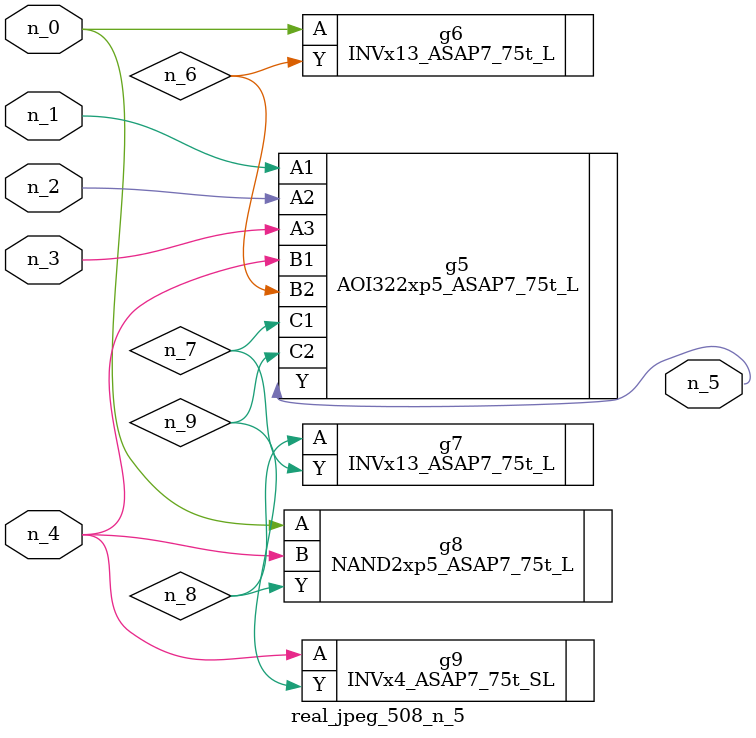
<source format=v>
module real_jpeg_508_n_5 (n_4, n_0, n_1, n_2, n_3, n_5);

input n_4;
input n_0;
input n_1;
input n_2;
input n_3;

output n_5;

wire n_8;
wire n_6;
wire n_7;
wire n_9;

INVx13_ASAP7_75t_L g6 ( 
.A(n_0),
.Y(n_6)
);

NAND2xp5_ASAP7_75t_L g8 ( 
.A(n_0),
.B(n_4),
.Y(n_8)
);

AOI322xp5_ASAP7_75t_L g5 ( 
.A1(n_1),
.A2(n_2),
.A3(n_3),
.B1(n_4),
.B2(n_6),
.C1(n_7),
.C2(n_9),
.Y(n_5)
);

INVx4_ASAP7_75t_SL g9 ( 
.A(n_4),
.Y(n_9)
);

INVx13_ASAP7_75t_L g7 ( 
.A(n_8),
.Y(n_7)
);


endmodule
</source>
